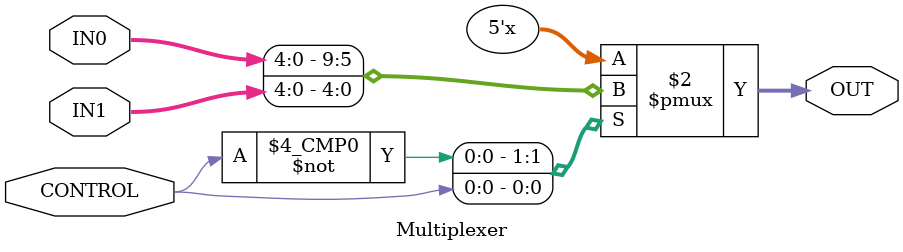
<source format=v>
`timescale 1ns / 1ps


module Multiplexer(
    input CONTROL,          // Control Signal
    input [4:0] IN0,        // First Input Signal
    input [4:0] IN1,        // Second Input Signal
    output reg [4:0] OUT    // Output Signal
    );
    
    /* Define Combinational logig that outputs one of its 2 input depending on the control signal.
       A case statement is used to select the output based ont he control signal.
     */
    always@(CONTROL or IN0 or IN1) begin
        case (CONTROL)
            // If control signal is LOW, output first signal.
            1'b0 : OUT <= IN0;
            // If control signal is HIGH, output second signal.
            1'b1 : OUT <= IN1;
            // Define default output.
            default : OUT <= 5'b00000;
        endcase
    end
endmodule

</source>
